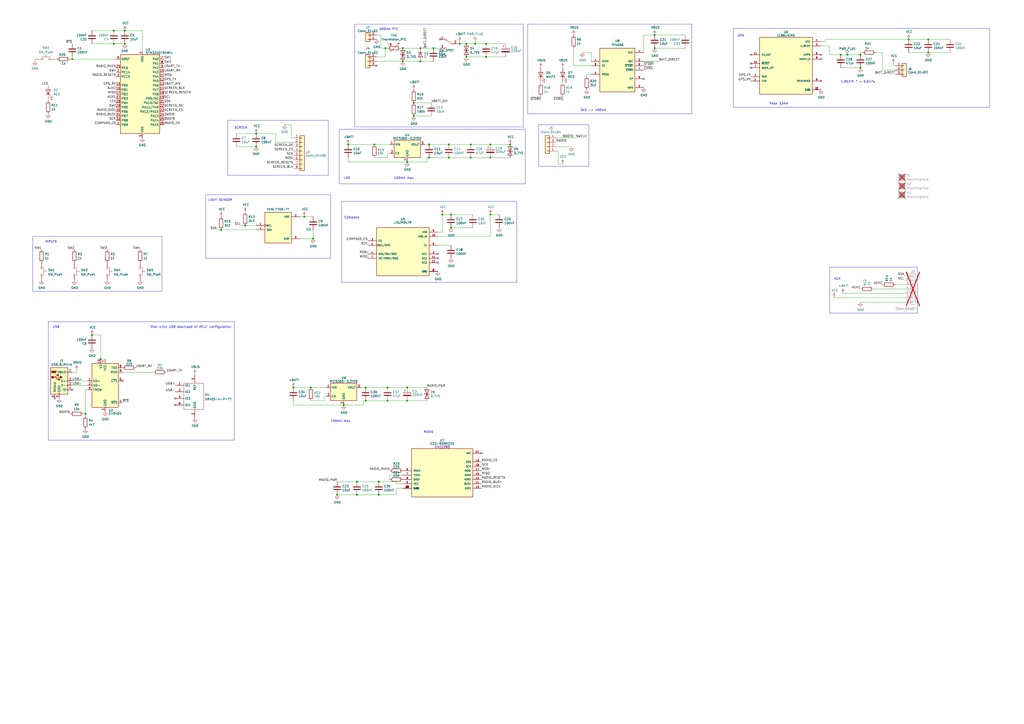
<source format=kicad_sch>
(kicad_sch (version 20230121) (generator eeschema)
  (paper "A2")
  (junction (at 236.22 232.41))
  (junction (at 527.05 22.86))
  (junction (at 270.51 25.4))
  (junction (at 66.04 25.4))
  (junction (at 284.48 124.46))
  (junction (at 148.59 77.47))
  (junction (at 243.84 27.94))
  (junction (at 499.11 31.75))
  (junction (at 224.79 232.41))
  (junction (at 233.68 35.56))
  (junction (at 261.62 132.08))
  (junction (at 170.18 224.79))
  (junction (at 219.71 279.4))
  (junction (at 379.73 27.94))
  (junction (at 72.39 25.4))
  (junction (at 379.73 20.32))
  (junction (at 273.05 91.44))
  (junction (at 219.71 287.02))
  (junction (at 240.03 67.31))
  (junction (at 295.91 83.82))
  (junction (at 223.52 27.94))
  (junction (at 181.61 138.43))
  (junction (at 248.92 83.82))
  (junction (at 66.04 17.78))
  (junction (at 538.48 22.86))
  (junction (at 128.27 133.35))
  (junction (at 58.42 208.28))
  (junction (at 281.94 25.4))
  (junction (at 142.24 130.81))
  (junction (at 256.54 124.46))
  (junction (at 281.94 33.02))
  (junction (at 260.35 91.44))
  (junction (at 491.49 31.75))
  (junction (at 195.58 287.02))
  (junction (at 248.92 91.44))
  (junction (at 212.09 224.79))
  (junction (at 199.39 234.95))
  (junction (at 275.59 25.4))
  (junction (at 201.93 83.82))
  (junction (at 284.48 83.82))
  (junction (at 148.59 85.09))
  (junction (at 212.09 232.41))
  (junction (at 260.35 83.82))
  (junction (at 180.34 224.79))
  (junction (at 236.22 93.98))
  (junction (at 251.46 27.94))
  (junction (at 41.91 34.29))
  (junction (at 270.51 33.02))
  (junction (at 233.68 27.94))
  (junction (at 487.68 31.75))
  (junction (at 207.01 279.4))
  (junction (at 53.34 194.31))
  (junction (at 49.53 240.03))
  (junction (at 236.22 224.79))
  (junction (at 261.62 124.46))
  (junction (at 538.48 30.48))
  (junction (at 284.48 91.44))
  (junction (at 217.17 83.82))
  (junction (at 207.01 287.02))
  (junction (at 176.53 125.73))
  (junction (at 266.7 25.4))
  (junction (at 243.84 35.56))
  (junction (at 72.39 17.78))
  (junction (at 240.03 59.69))
  (junction (at 499.11 39.37))
  (junction (at 224.79 224.79))
  (junction (at 273.05 83.82))
  (no_connect (at 101.6 234.95))
  (no_connect (at 435.61 36.83))
  (no_connect (at 41.91 226.06))
  (no_connect (at 476.25 34.29))
  (no_connect (at 255.27 22.86))
  (no_connect (at 435.61 31.75))
  (no_connect (at 435.61 39.37))
  (no_connect (at 373.38 45.72))
  (no_connect (at 254 149.86))
  (no_connect (at 31.75 231.14))
  (no_connect (at 218.44 38.1))
  (no_connect (at 254 152.4))
  (no_connect (at 476.25 31.75))
  (no_connect (at 254 147.32))
  (no_connect (at 279.4 262.89))
  (no_connect (at 71.12 220.98))
  (no_connect (at 101.6 231.14))
  (polyline (pts (xy 119.38 113.03) (xy 119.38 149.86)))
  (wire (pts (xy 170.18 80.01) (xy 168.91 80.01)))
  (wire (pts (xy 373.38 20.32) (xy 379.73 20.32)))
  (wire (pts (xy 148.59 77.47) (xy 160.02 77.47)))
  (wire (pts (xy 49.53 226.06) (xy 49.53 240.03)))
  (wire (pts (xy 207.01 287.02) (xy 219.71 287.02)))
  (wire (pts (xy 527.05 22.86) (xy 478.79 22.86)))
  (wire (pts (xy 340.36 44.45) (xy 340.36 43.18)))
  (polyline (pts (xy 401.32 13.97) (xy 401.32 66.04)))
  (wire (pts (xy 326.39 48.26) (xy 326.39 46.99)))
  (wire (pts (xy 31.75 34.29) (xy 33.02 34.29)))
  (wire (pts (xy 275.59 24.13) (xy 275.59 25.4)))
  (wire (pts (xy 217.17 91.44) (xy 224.79 91.44)))
  (wire (pts (xy 243.84 27.94) (xy 251.46 27.94)))
  (wire (pts (xy 323.85 95.25) (xy 323.85 87.63)))
  (wire (pts (xy 170.18 224.79) (xy 180.34 224.79)))
  (wire (pts (xy 273.05 83.82) (xy 284.48 83.82)))
  (wire (pts (xy 125.73 133.35) (xy 128.27 133.35)))
  (wire (pts (xy 518.16 36.83) (xy 518.16 38.1)))
  (polyline (pts (xy 334.01 72.39) (xy 341.63 72.39)))
  (wire (pts (xy 20.32 34.29) (xy 20.32 35.56)))
  (wire (pts (xy 478.79 22.86) (xy 478.79 24.13)))
  (wire (pts (xy 40.64 34.29) (xy 41.91 34.29)))
  (wire (pts (xy 53.34 25.4) (xy 66.04 25.4)))
  (wire (pts (xy 524.51 165.1) (xy 519.43 165.1)))
  (polyline (pts (xy 93.98 168.91) (xy 19.05 168.91)))
  (polyline (pts (xy 135.89 186.69) (xy 135.89 255.27)))
  (polyline (pts (xy 574.04 16.51) (xy 574.04 62.23)))
  (polyline (pts (xy 306.07 66.04) (xy 401.32 66.04)))
  (wire (pts (xy 217.17 83.82) (xy 226.06 83.82)))
  (polyline (pts (xy 532.13 154.94) (xy 532.13 181.61)))
  (polyline (pts (xy 196.85 74.93) (xy 196.85 106.68)))
  (wire (pts (xy 170.18 232.41) (xy 170.18 234.95)))
  (wire (pts (xy 250.19 67.31) (xy 240.03 67.31)))
  (polyline (pts (xy 196.85 106.68) (xy 304.8 106.68)))
  (wire (pts (xy 82.55 17.78) (xy 82.55 29.21)))
  (wire (pts (xy 284.48 124.46) (xy 284.48 137.16)))
  (wire (pts (xy 50.8 226.06) (xy 49.53 226.06)))
  (wire (pts (xy 506.73 167.64) (xy 524.51 167.64)))
  (wire (pts (xy 236.22 232.41) (xy 247.65 232.41)))
  (polyline (pts (xy 425.45 16.51) (xy 425.45 62.23)))
  (wire (pts (xy 48.26 240.03) (xy 49.53 240.03)))
  (wire (pts (xy 210.82 234.95) (xy 210.82 232.41)))
  (polyline (pts (xy 341.63 96.52) (xy 334.01 96.52)))
  (wire (pts (xy 41.91 223.52) (xy 50.8 223.52)))
  (wire (pts (xy 518.16 38.1) (xy 519.43 38.1)))
  (wire (pts (xy 332.74 27.94) (xy 332.74 38.1)))
  (wire (pts (xy 511.81 40.64) (xy 511.81 30.48)))
  (wire (pts (xy 260.35 83.82) (xy 273.05 83.82)))
  (wire (pts (xy 195.58 287.02) (xy 207.01 287.02)))
  (polyline (pts (xy 27.94 186.69) (xy 135.89 186.69)))
  (wire (pts (xy 313.69 48.26) (xy 313.69 46.99)))
  (wire (pts (xy 142.24 130.81) (xy 148.59 130.81)))
  (wire (pts (xy 337.82 30.48) (xy 342.9 30.48)))
  (wire (pts (xy 379.73 27.94) (xy 397.51 27.94)))
  (polyline (pts (xy 401.32 13.97) (xy 306.07 13.97)))
  (wire (pts (xy 187.96 229.87) (xy 189.23 229.87)))
  (wire (pts (xy 326.39 95.25) (xy 323.85 95.25)))
  (wire (pts (xy 66.04 25.4) (xy 72.39 25.4)))
  (wire (pts (xy 379.73 20.32) (xy 397.51 20.32)))
  (wire (pts (xy 41.91 220.98) (xy 50.8 220.98)))
  (wire (pts (xy 72.39 17.78) (xy 82.55 17.78)))
  (wire (pts (xy 195.58 279.4) (xy 207.01 279.4)))
  (wire (pts (xy 44.45 215.9) (xy 41.91 215.9)))
  (wire (pts (xy 58.42 194.31) (xy 58.42 208.28)))
  (wire (pts (xy 236.22 93.98) (xy 247.65 93.98)))
  (wire (pts (xy 226.06 278.13) (xy 226.06 275.59)))
  (wire (pts (xy 284.48 137.16) (xy 254 137.16)))
  (wire (pts (xy 41.91 34.29) (xy 67.31 34.29)))
  (wire (pts (xy 229.87 279.4) (xy 229.87 280.67)))
  (wire (pts (xy 218.44 33.02) (xy 223.52 33.02)))
  (polyline (pts (xy 198.12 116.84) (xy 198.12 163.83)))
  (wire (pts (xy 49.53 240.03) (xy 49.53 241.3)))
  (wire (pts (xy 246.38 83.82) (xy 248.92 83.82)))
  (polyline (pts (xy 299.72 163.83) (xy 198.12 163.83)))
  (polyline (pts (xy 532.13 154.94) (xy 481.33 154.94)))
  (wire (pts (xy 181.61 138.43) (xy 181.61 133.35)))
  (wire (pts (xy 21.59 34.29) (xy 20.32 34.29)))
  (wire (pts (xy 226.06 275.59) (xy 233.68 275.59)))
  (wire (pts (xy 247.65 91.44) (xy 248.92 91.44)))
  (wire (pts (xy 323.85 87.63) (xy 322.58 87.63)))
  (polyline (pts (xy 93.98 137.16) (xy 93.98 168.91)))
  (wire (pts (xy 224.79 91.44) (xy 224.79 88.9)))
  (wire (pts (xy 201.93 83.82) (xy 217.17 83.82)))
  (polyline (pts (xy 119.38 113.03) (xy 191.77 113.03)))
  (polyline (pts (xy 341.63 72.39) (xy 341.63 96.52)))
  (wire (pts (xy 210.82 232.41) (xy 212.09 232.41)))
  (wire (pts (xy 173.99 138.43) (xy 181.61 138.43)))
  (wire (pts (xy 524.51 175.26) (xy 499.11 175.26)))
  (wire (pts (xy 224.79 224.79) (xy 236.22 224.79)))
  (wire (pts (xy 173.99 125.73) (xy 176.53 125.73)))
  (wire (pts (xy 236.22 224.79) (xy 247.65 224.79)))
  (wire (pts (xy 137.16 77.47) (xy 148.59 77.47)))
  (polyline (pts (xy 304.8 74.93) (xy 304.8 106.68)))
  (wire (pts (xy 176.53 125.73) (xy 181.61 125.73)))
  (wire (pts (xy 527.05 22.86) (xy 538.48 22.86)))
  (polyline (pts (xy 196.85 74.93) (xy 304.8 74.93)))
  (polyline (pts (xy 312.42 96.52) (xy 312.42 72.39)))
  (wire (pts (xy 500.38 30.48) (xy 499.11 30.48)))
  (wire (pts (xy 519.43 40.64) (xy 511.81 40.64)))
  (wire (pts (xy 332.74 38.1) (xy 342.9 38.1)))
  (wire (pts (xy 250.19 59.69) (xy 240.03 59.69)))
  (wire (pts (xy 266.7 25.4) (xy 270.51 25.4)))
  (wire (pts (xy 223.52 27.94) (xy 223.52 33.02)))
  (polyline (pts (xy 19.05 137.16) (xy 93.98 137.16)))
  (wire (pts (xy 488.95 170.18) (xy 524.51 170.18)))
  (polyline (pts (xy 334.01 96.52) (xy 312.42 96.52)))
  (wire (pts (xy 275.59 25.4) (xy 281.94 25.4)))
  (wire (pts (xy 281.94 33.02) (xy 293.37 33.02)))
  (wire (pts (xy 248.92 83.82) (xy 260.35 83.82)))
  (wire (pts (xy 218.44 20.32) (xy 220.98 20.32)))
  (polyline (pts (xy 19.05 137.16) (xy 19.05 168.91)))
  (wire (pts (xy 201.93 91.44) (xy 201.93 93.98)))
  (wire (pts (xy 373.38 30.48) (xy 373.38 20.32)))
  (wire (pts (xy 229.87 287.02) (xy 229.87 283.21)))
  (wire (pts (xy 160.02 82.55) (xy 170.18 82.55)))
  (wire (pts (xy 260.35 91.44) (xy 273.05 91.44)))
  (wire (pts (xy 266.7 25.4) (xy 266.7 24.13)))
  (wire (pts (xy 270.51 33.02) (xy 281.94 33.02)))
  (polyline (pts (xy 425.45 16.51) (xy 574.04 16.51)))
  (wire (pts (xy 289.56 124.46) (xy 284.48 124.46)))
  (wire (pts (xy 219.71 287.02) (xy 229.87 287.02)))
  (wire (pts (xy 229.87 280.67) (xy 233.68 280.67)))
  (wire (pts (xy 499.11 30.48) (xy 499.11 31.75)))
  (wire (pts (xy 233.68 27.94) (xy 243.84 27.94)))
  (wire (pts (xy 313.69 58.42) (xy 313.69 55.88)))
  (wire (pts (xy 340.36 43.18) (xy 342.9 43.18)))
  (wire (pts (xy 491.49 31.75) (xy 499.11 31.75)))
  (wire (pts (xy 342.9 30.48) (xy 342.9 35.56)))
  (wire (pts (xy 168.91 72.39) (xy 165.1 72.39)))
  (wire (pts (xy 220.98 20.32) (xy 220.98 27.94)))
  (wire (pts (xy 261.62 132.08) (xy 274.32 132.08)))
  (wire (pts (xy 256.54 124.46) (xy 261.62 124.46)))
  (wire (pts (xy 27.94 58.42) (xy 27.94 57.15)))
  (polyline (pts (xy 481.33 154.94) (xy 481.33 181.61)))
  (wire (pts (xy 224.79 88.9) (xy 226.06 88.9)))
  (wire (pts (xy 199.39 234.95) (xy 210.82 234.95)))
  (wire (pts (xy 218.44 35.56) (xy 233.68 35.56)))
  (wire (pts (xy 483.87 172.72) (xy 524.51 172.72)))
  (wire (pts (xy 53.34 17.78) (xy 66.04 17.78)))
  (polyline (pts (xy 232.41 13.97) (xy 303.53 13.97)))
  (wire (pts (xy 201.93 93.98) (xy 236.22 93.98)))
  (wire (pts (xy 170.18 234.95) (xy 199.39 234.95)))
  (wire (pts (xy 209.55 224.79) (xy 212.09 224.79)))
  (wire (pts (xy 265.43 25.4) (xy 266.7 25.4)))
  (wire (pts (xy 275.59 25.4) (xy 270.51 25.4)))
  (wire (pts (xy 168.91 80.01) (xy 168.91 72.39)))
  (wire (pts (xy 160.02 77.47) (xy 160.02 82.55)))
  (wire (pts (xy 44.45 214.63) (xy 44.45 215.9)))
  (wire (pts (xy 223.52 27.94) (xy 224.79 27.94)))
  (polyline (pts (xy 205.74 13.97) (xy 205.74 73.66)))
  (wire (pts (xy 487.68 39.37) (xy 499.11 39.37)))
  (polyline (pts (xy 191.77 113.03) (xy 191.77 149.86)))
  (polyline (pts (xy 132.08 69.85) (xy 190.5 69.85)))
  (polyline (pts (xy 312.42 72.39) (xy 334.01 72.39)))
  (wire (pts (xy 251.46 35.56) (xy 243.84 35.56)))
  (wire (pts (xy 326.39 58.42) (xy 326.39 55.88)))
  (wire (pts (xy 220.98 27.94) (xy 223.52 27.94)))
  (polyline (pts (xy 574.04 62.23) (xy 425.45 62.23)))
  (wire (pts (xy 212.09 232.41) (xy 224.79 232.41)))
  (polyline (pts (xy 303.53 73.66) (xy 303.53 13.97)))
  (wire (pts (xy 273.05 91.44) (xy 284.48 91.44)))
  (wire (pts (xy 382.27 35.56) (xy 373.38 35.56)))
  (wire (pts (xy 511.81 30.48) (xy 508 30.48)))
  (wire (pts (xy 187.96 232.41) (xy 187.96 229.87)))
  (wire (pts (xy 243.84 35.56) (xy 233.68 35.56)))
  (polyline (pts (xy 191.77 149.86) (xy 119.38 149.86)))
  (polyline (pts (xy 299.72 116.84) (xy 299.72 163.83)))
  (polyline (pts (xy 190.5 69.85) (xy 190.5 101.6)))
  (wire (pts (xy 256.54 134.62) (xy 254 134.62)))
  (wire (pts (xy 53.34 194.31) (xy 58.42 194.31)))
  (wire (pts (xy 128.27 133.35) (xy 148.59 133.35)))
  (wire (pts (xy 334.01 80.01) (xy 322.58 80.01)))
  (polyline (pts (xy 135.89 255.27) (xy 27.94 255.27)))
  (wire (pts (xy 66.04 17.78) (xy 72.39 17.78)))
  (wire (pts (xy 139.7 130.81) (xy 142.24 130.81)))
  (polyline (pts (xy 190.5 101.6) (xy 132.08 101.6)))
  (wire (pts (xy 71.12 215.9) (xy 88.9 215.9)))
  (wire (pts (xy 137.16 85.09) (xy 148.59 85.09)))
  (wire (pts (xy 281.94 25.4) (xy 293.37 25.4)))
  (wire (pts (xy 229.87 283.21) (xy 233.68 283.21)))
  (wire (pts (xy 487.68 31.75) (xy 491.49 31.75)))
  (polyline (pts (xy 232.41 13.97) (xy 205.74 13.97)))
  (wire (pts (xy 527.05 30.48) (xy 538.48 30.48)))
  (polyline (pts (xy 306.07 66.04) (xy 306.07 13.97)))
  (wire (pts (xy 224.79 232.41) (xy 236.22 232.41)))
  (wire (pts (xy 180.34 232.41) (xy 187.96 232.41)))
  (wire (pts (xy 478.79 24.13) (xy 476.25 24.13)))
  (polyline (pts (xy 232.41 73.66) (xy 303.53 73.66)))
  (polyline (pts (xy 481.33 181.61) (xy 532.13 181.61)))
  (wire (pts (xy 487.68 31.75) (xy 481.33 31.75)))
  (wire (pts (xy 232.41 27.94) (xy 233.68 27.94)))
  (wire (pts (xy 538.48 30.48) (xy 551.18 30.48)))
  (wire (pts (xy 247.65 93.98) (xy 247.65 91.44)))
  (wire (pts (xy 256.54 124.46) (xy 256.54 134.62)))
  (polyline (pts (xy 198.12 116.84) (xy 299.72 116.84)))
  (wire (pts (xy 251.46 27.94) (xy 255.27 27.94)))
  (wire (pts (xy 284.48 83.82) (xy 295.91 83.82)))
  (wire (pts (xy 331.47 85.09) (xy 322.58 85.09)))
  (wire (pts (xy 58.42 208.28) (xy 60.96 208.28)))
  (wire (pts (xy 538.48 22.86) (xy 551.18 22.86)))
  (wire (pts (xy 41.91 34.29) (xy 41.91 33.02)))
  (wire (pts (xy 212.09 224.79) (xy 224.79 224.79)))
  (wire (pts (xy 261.62 124.46) (xy 274.32 124.46)))
  (wire (pts (xy 254 142.24) (xy 261.62 142.24)))
  (wire (pts (xy 219.71 279.4) (xy 229.87 279.4)))
  (polyline (pts (xy 205.74 73.66) (xy 232.41 73.66)))
  (wire (pts (xy 180.34 224.79) (xy 189.23 224.79)))
  (wire (pts (xy 248.92 91.44) (xy 260.35 91.44)))
  (wire (pts (xy 481.33 31.75) (xy 481.33 26.67)))
  (wire (pts (xy 284.48 91.44) (xy 295.91 91.44)))
  (polyline (pts (xy 132.08 69.85) (xy 132.08 101.6)))
  (polyline (pts (xy 27.94 186.69) (xy 27.94 255.27)))
  (wire (pts (xy 481.33 26.67) (xy 476.25 26.67)))
  (wire (pts (xy 207.01 279.4) (xy 219.71 279.4)))
  (text "Peak 33mA" (at 457.2 60.96 0) (effects (font (size 1.27 1.27)) (justify right bottom)))
  (text "RADIO" (at 251.46 251.46 0) (effects (font (size 1.27 1.27)) (justify right bottom)))
  (text "INPUTS" (at 33.02 140.97 0) (effects (font (size 1.27 1.27)) (justify right bottom)))
  (text "AUX" (at 483.87 162.56 0) (effects (font (size 1.27 1.27)) (justify left bottom)))
  (text "3k3 -> 400mA" (at 351.79 64.77 0) (effects (font (size 1.27 1.27)) (justify right bottom)))
  (text "USB" (at 30.48 190.5 0) (effects (font (size 1.27 1.27)) (justify left bottom)))
  (text "500mA PTC" (at 231.14 17.78 0) (effects (font (size 1.27 1.27)) (justify right bottom)))
  (text "LIGHT SENSOR" (at 134.62 116.84 0) (effects (font (size 1.27 1.27)) (justify right bottom)))
  (text "\"One-click USB download of MCU\" configuration" (at 86.36 190.5 0) (effects (font (size 1.27 1.27)) (justify left bottom)))
  (text "150mA max" (at 203.2 245.11 0) (effects (font (size 1.27 1.27)) (justify right bottom)))
  (text "150mA max" (at 240.03 104.14 0) (effects (font (size 1.27 1.27)) (justify right bottom)))
  (text "GPS" (at 431.8 21.59 0) (effects (font (size 1.27 1.27)) (justify right bottom)))
  (text "Compass" (at 208.28 127 0) (effects (font (size 1.27 1.27)) (justify right bottom)))
  (text "V_BCKP: T = 0.047s" (at 487.68 48.26 0) (effects (font (size 1.27 1.27)) (justify left bottom)))
  (text "SCREEN" (at 143.51 74.93 0) (effects (font (size 1.27 1.27)) (justify right bottom)))
  (text "LDO" (at 203.2 104.14 0) (effects (font (size 1.27 1.27)) (justify right bottom)))
  (label "AUX2" (at 67.31 52.07 180))
  (label "RADIO_RESETN" (at 279.4 278.13 0))
  (label "LED" (at 27.94 49.53 180))
  (label "COMPASS_CS" (at 67.31 72.39 180))
  (label "SW4" (at 67.31 41.91 180))
  (label "SCREEN_BLK" (at 170.18 97.79 180))
  (label "SCREEN_RESETN" (at 170.18 95.25 180))
  (label "SWCLK" (at 334.01 80.01 0))
  (label "SW2" (at 43.18 144.78 180))
  (label "SW1" (at 24.13 144.78 180))
  (label "BATT_DIRECT" (at 519.43 43.18 180))
  (label "SW2" (at 67.31 62.23 180))
  (label "USB+" (at 41.91 220.98 0))
  (label "SCK" (at 170.18 90.17 180))
  (label "USART_RX" (at 78.74 213.36 0))
  (label "SCREEN_RESETN" (at 95.25 54.61 0))
  (label "SCREEN_DC" (at 95.25 62.23 0))
  (label "MOSI" (at 213.36 147.32 180))
  (label "SCK" (at 213.36 142.24 180))
  (label "MISO" (at 67.31 54.61 180))
  (label "MISO" (at 213.36 149.86 180))
  (label "VBATT_DIV" (at 95.25 49.53 0))
  (label "RADIO_PWR" (at 247.65 224.79 0))
  (label "~{RTS}" (at 71.12 233.68 0))
  (label "BOOT0" (at 95.25 69.85 0))
  (label "SCREEN_DC" (at 170.18 85.09 180))
  (label "RADIO_BUSY" (at 279.4 280.67 0))
  (label "GPS_RX" (at 67.31 49.53 180))
  (label "RADIO_BUSY" (at 67.31 67.31 180))
  (label "RADIO_DIO1" (at 279.4 283.21 0))
  (label "VBATT_DIV" (at 250.19 59.69 0))
  (label "SW1" (at 95.25 34.29 0))
  (label "SCL" (at 95.25 57.15 0))
  (label "LED" (at 67.31 59.69 180))
  (label "SDA" (at 95.25 59.69 0))
  (label "SCK" (at 279.4 270.51 0))
  (label "USB-" (at 101.6 227.33 180))
  (label "RADIO_PWR" (at 195.58 279.4 180))
  (label "GPS_RX" (at 435.61 46.99 180))
  (label "USB-" (at 41.91 223.52 0))
  (label "SCREEN_CS" (at 170.18 87.63 180))
  (label "SW3" (at 95.25 36.83 0))
  (label "RADIO_RESETN" (at 67.31 44.45 180))
  (label "BOOT0" (at 326.39 80.01 0))
  (label "COMPASS_CS" (at 213.36 139.7 180))
  (label "GPS_TX" (at 435.61 44.45 180))
  (label "SWDIO" (at 322.58 82.55 0))
  (label "~{CHRG}" (at 373.38 40.64 0))
  (label "SW3" (at 62.23 144.78 180))
  (label "BATT_DIRECT" (at 382.27 35.56 0))
  (label "RADIO_DIO1" (at 67.31 64.77 180))
  (label "MOSI" (at 279.4 273.05 0))
  (label "RADIO_RXEN" (at 226.06 273.05 180))
  (label "SCK" (at 67.31 69.85 180))
  (label "RADIO_RXEN" (at 67.31 39.37 180))
  (label "RADIO_CS" (at 95.25 72.39 0))
  (label "USART_RX" (at 95.25 41.91 0))
  (label "SW4" (at 81.28 144.78 180))
  (label "GPS_TX" (at 95.25 46.99 0))
  (label "SCL" (at 139.7 130.81 180))
  (label "AUX2" (at 511.81 165.1 180))
  (label "USB+" (at 101.6 223.52 180))
  (label "SDA" (at 125.73 133.35 180))
  (label "~{CHRG}" (at 326.39 58.42 180))
  (label "MOSI" (at 95.25 44.45 0))
  (label "SCREEN_BLK" (at 95.25 52.07 0))
  (label "AUX1" (at 67.31 57.15 180))
  (label "BOOT0" (at 40.64 240.03 180))
  (label "BATT_DIRECT" (at 247.65 27.94 90))
  (label "SCREEN_CS" (at 95.25 64.77 0))
  (label "~{STDBY}" (at 373.38 38.1 0))
  (label "USART_TX" (at 96.52 215.9 0))
  (label "SDA" (at 524.51 160.02 180))
  (label "SCL" (at 524.51 162.56 180))
  (label "SWDIO" (at 95.25 67.31 0))
  (label "MISO" (at 279.4 275.59 0))
  (label "RADIO_CS" (at 279.4 267.97 0))
  (label "USART_TX" (at 95.25 39.37 0))
  (label "AUX1" (at 499.11 167.64 180))
  (label "~{STDBY}" (at 313.69 58.42 180))
  (label "~{RTS}" (at 41.91 25.4 180))
  (label "MOSI" (at 170.18 92.71 180))
  (symbol (lib_id "power:GND") (at 233.68 35.56 0) (unit 1)
    (property "Reference" "#PWR035" (effects hide))
    (property "Value" "GND" (at 233.807 39.9542 0))
  )
  (symbol (lib_id "Device:C") (at 201.93 87.63 180) (unit 1)
    (property "Reference" "C10" (at 204.851 86.4616 0) (effects (justify right)))
    (property "Value" "10uF" (at 204.851 88.773 0) (effects (justify right)))
    (property "Footprint" "Capacitor_SMD:C_0603_1608Metric" (effects hide))
    (property "LCSC" "C96446" (effects hide))
  )
  (symbol (lib_id "power:GND") (at 236.22 93.98 0) (unit 1)
    (property "Reference" "#PWR032" (effects hide))
    (property "Value" "GND" (at 236.347 98.3742 0))
  )
  (symbol (lib_id "Device:C") (at 248.92 87.63 180) (unit 1)
    (property "Reference" "C11" (at 251.841 86.4616 0) (effects (justify right)))
    (property "Value" "10uF" (at 251.841 88.773 0) (effects (justify right)))
    (property "Footprint" "Capacitor_SMD:C_0603_1608Metric" (effects hide))
    (property "LCSC" "C96446" (effects hide))
  )
  (symbol (lib_id "power:VCC") (at 295.91 83.82 0) (unit 1)
    (property "Reference" "#PWR042" (effects hide))
    (property "Value" "VCC" (at 296.291 79.4258 0))
  )
  (symbol (lib_id "Device:Thermistor_PTC") (at 228.6 27.94 270) (unit 1)
    (property "Reference" "TH1" (at 228.6 20.574 90))
    (property "Value" "Thermistor_PTC" (at 228.6 22.8854 90))
    (property "Footprint" "Fuse:Fuse_0805_2012Metric" (effects hide))
    (property "LCSC" "C269104" (effects hide))
  )
  (symbol (lib_id "power:+BATT") (at 201.93 83.82 0) (unit 1)
    (property "Reference" "#PWR031" (effects hide))
    (property "Value" "+BATT" (at 202.311 79.4258 0))
  )
  (symbol (lib_id "controller-rescue:TP4056-snapeda-TP4056") (at 358.14 40.64 0) (unit 1)
    (property "Reference" "U8" (at 358.14 23.6982 0))
    (property "Value" "TP4056" (at 358.14 26.0096 0))
    (property "Footprint" "Homebrew:SOP-8_3.9x4.9mm_P1.27mm_Thermal" (effects hide))
    (property "MAXIMUM_PACKAGE_HEIGHT" "1.75mm" (effects hide))
    (property "STANDARD" "IPC 7351B" (effects hide))
    (property "MANUFACTURER" "NanJing Top Power ASIC Corp." (effects hide))
    (property "LCSC" "C382139" (effects hide))
  )
  (symbol (lib_id "Device:C") (at 379.73 24.13 180) (unit 1)
    (property "Reference" "C21" (at 382.651 22.9616 0) (effects (justify right)))
    (property "Value" "10uF" (at 382.651 25.273 0) (effects (justify right)))
    (property "Footprint" "Capacitor_SMD:C_0603_1608Metric" (effects hide))
    (property "LCSC" "C96446" (effects hide))
  )
  (symbol (lib_id "power:GND") (at 373.38 50.8 0) (unit 1)
    (property "Reference" "#PWR051" (effects hide))
    (property "Value" "GND" (at 373.507 55.1942 0))
  )
  (symbol (lib_id "power:VBUS") (at 379.73 20.32 0) (unit 1)
    (property "Reference" "#PWR053" (effects hide))
    (property "Value" "VBUS" (at 380.111 15.9258 0))
  )
  (symbol (lib_id "power:GND") (at 379.73 27.94 0) (unit 1)
    (property "Reference" "#PWR054" (effects hide))
    (property "Value" "GND" (at 379.857 32.3342 0))
  )
  (symbol (lib_id "Device:R") (at 340.36 48.26 0) (unit 1)
    (property "Reference" "R20" (at 342.138 47.0916 0) (effects (justify left)))
    (property "Value" "3k3" (at 342.138 49.403 0) (effects (justify left)))
    (property "Footprint" "Resistor_SMD:R_0603_1608Metric" (effects hide))
    (property "LCSC" "C22978" (effects hide))
  )
  (symbol (lib_id "power:GND") (at 340.36 52.07 0) (unit 1)
    (property "Reference" "#PWR049" (effects hide))
    (property "Value" "GND" (at 340.487 56.4642 0))
  )
  (symbol (lib_id "Device:LED") (at 326.39 43.18 90) (unit 1)
    (property "Reference" "D7" (at 329.3872 42.1894 90) (effects (justify right)))
    (property "Value" "RED" (at 329.3872 44.5008 90) (effects (justify right)))
    (property "Footprint" "LED_SMD:LED_0603_1608Metric" (effects hide))
    (property "LCSC" "C2286" (effects hide))
  )
  (symbol (lib_id "Device:R") (at 326.39 52.07 0) (unit 1)
    (property "Reference" "R19" (at 328.168 50.9016 0) (effects (justify left)))
    (property "Value" "1k" (at 328.168 53.213 0) (effects (justify left)))
    (property "Footprint" "Resistor_SMD:R_0402_1005Metric" (effects hide))
    (property "LCSC" "C11702" (effects hide))
  )
  (symbol (lib_id "power:VBUS") (at 313.69 39.37 0) (unit 1)
    (property "Reference" "#PWR045" (effects hide))
    (property "Value" "VBUS" (at 314.071 34.9758 0))
  )
  (symbol (lib_id "Device:LED") (at 313.69 43.18 90) (unit 1)
    (property "Reference" "D6" (at 316.6872 42.1894 90) (effects (justify right)))
    (property "Value" "WHITE" (at 316.6872 44.5008 90) (effects (justify right)))
    (property "Footprint" "LED_SMD:LED_0603_1608Metric" (effects hide))
    (property "LCSC" "C2290" (effects hide))
  )
  (symbol (lib_id "Device:R") (at 313.69 52.07 0) (unit 1)
    (property "Reference" "R18" (at 315.468 50.9016 0) (effects (justify left)))
    (property "Value" "1k" (at 315.468 53.213 0) (effects (justify left)))
    (property "Footprint" "Resistor_SMD:R_0402_1005Metric" (effects hide))
    (property "LCSC" "C11702" (effects hide))
  )
  (symbol (lib_id "power:GND") (at 337.82 30.48 0) (unit 1)
    (property "Reference" "#PWR048" (effects hide))
    (property "Value" "GND" (at 337.947 34.8742 0))
  )
  (symbol (lib_id "power:+BATT") (at 266.7 24.13 0) (unit 1)
    (property "Reference" "#PWR036" (effects hide))
    (property "Value" "+BATT" (at 267.081 19.7358 0))
  )
  (symbol (lib_id "Device:R") (at 240.03 55.88 0) (unit 1)
    (property "Reference" "R16" (at 241.808 54.7116 0) (effects (justify left)))
    (property "Value" "62k" (at 241.808 57.023 0) (effects (justify left)))
    (property "Footprint" "Resistor_SMD:R_0603_1608Metric" (effects hide))
    (property "LCSC" "C23221" (effects hide))
  )
  (symbol (lib_id "Device:R") (at 240.03 63.5 0) (unit 1)
    (property "Reference" "R17" (at 241.808 62.3316 0) (effects (justify left)))
    (property "Value" "180k" (at 241.808 64.643 0) (effects (justify left)))
    (property "Footprint" "Resistor_SMD:R_0603_1608Metric" (effects hide))
    (property "LCSC" "C22827" (effects hide))
  )
  (symbol (lib_id "power:+BATT") (at 240.03 52.07 0) (unit 1)
    (property "Reference" "#PWR033" (effects hide))
    (property "Value" "+BATT" (at 240.411 47.6758 0))
  )
  (symbol (lib_id "power:GND") (at 240.03 67.31 0) (unit 1)
    (property "Reference" "#PWR034" (effects hide))
    (property "Value" "GND" (at 240.157 71.7042 0))
  )
  (symbol (lib_id "Device:C") (at 250.19 63.5 180) (unit 1)
    (property "Reference" "C12" (at 253.111 62.3316 0) (effects (justify right)))
    (property "Value" "10uF" (at 253.111 64.643 0) (effects (justify right)))
    (property "Footprint" "Capacitor_SMD:C_0603_1608Metric" (effects hide))
    (property "LCSC" "C96446" (effects hide))
  )
  (symbol (lib_id "Device:C") (at 260.35 87.63 0) (unit 1)
    (property "Reference" "C14" (at 263.271 86.4616 0) (effects (justify left)))
    (property "Value" "100nF" (at 263.271 88.773 0) (effects (justify left)))
    (property "Footprint" "Capacitor_SMD:C_0402_1005Metric" (effects hide))
    (property "LCSC" "C307331" (effects hide))
  )
  (symbol (lib_id "power:GND") (at 34.29 231.14 0) (unit 1)
    (property "Reference" "#PWR02" (effects hide))
    (property "Value" "GND" (at 34.417 235.5342 0))
  )
  (symbol (lib_id "Connector_Generic:Conn_01x04") (at 317.5 85.09 180) (unit 1)
    (property "Reference" "J5" (at 319.5828 74.295 0))
    (property "Value" "Conn_01x04" (at 319.5828 76.6064 0))
    (property "Footprint" "Connector_PinHeader_2.54mm:PinHeader_1x04_P2.54mm_Vertical" (effects hide))
  )
  (symbol (lib_id "power:GND") (at 331.47 85.09 0) (unit 1)
    (property "Reference" "#PWR047" (effects hide))
    (property "Value" "GND" (at 331.597 89.4842 0))
  )
  (symbol (lib_id "power:VCC") (at 326.39 95.25 0) (unit 1)
    (property "Reference" "#PWR046" (effects hide))
    (property "Value" "VCC" (at 326.771 90.8558 0))
  )
  (symbol (lib_id "power:VBUS") (at 44.45 214.63 0) (unit 1)
    (property "Reference" "#PWR08" (effects hide))
    (property "Value" "VBUS" (at 44.831 210.2358 0))
  )
  (symbol (lib_id "Connector:USB_B_Micro") (at 34.29 220.98 0) (unit 1)
    (property "Reference" "J1" (at 35.7378 209.1182 0))
    (property "Value" "USB_B_Micro" (at 35.7378 211.4296 0))
    (property "Footprint" "Homebrew:FRAMATOME_10118194-0001LF_fixed_bridges" (effects hide))
    (property "LCSC" "C132563" (effects hide))
  )
  (symbol (lib_id "power:GND") (at 499.11 175.26 0) (unit 1)
    (property "Reference" "#PWR022" (effects hide))
    (property "Value" "GND" (at 499.237 179.6542 0))
  )
  (symbol (lib_id "power:VCC") (at 483.87 172.72 0) (unit 1)
    (property "Reference" "#PWR019" (effects hide))
    (property "Value" "VCC" (at 484.251 168.3258 0))
  )
  (symbol (lib_id "power:+BATT") (at 488.95 170.18 0) (unit 1)
    (property "Reference" "#PWR020" (effects hide))
    (property "Value" "+BATT" (at 489.331 165.7858 0))
  )
  (symbol (lib_id "Device:D_TVS") (at 295.91 87.63 270) (unit 1)
    (property "Reference" "D5" (at 297.942 86.4616 90) (effects (justify left)))
    (property "Value" "D_TVS" (at 297.942 88.773 90) (effects (justify left)))
    (property "Footprint" "Diode_SMD:D_SOD-123F" (effects hide))
    (property "LCSC" "C2990473" (effects hide))
  )
  (symbol (lib_id "Device:D_TVS") (at 270.51 29.21 270) (unit 1)
    (property "Reference" "D4" (at 272.542 28.0416 90) (effects (justify left)))
    (property "Value" "D_TVS" (at 272.542 30.353 90) (effects (justify left)))
    (property "Footprint" "Diode_SMD:D_SOD-123F" (effects hide))
    (property "LCSC" "C2990473" (effects hide))
  )
  (symbol (lib_id "power:GND") (at 270.51 33.02 0) (unit 1)
    (property "Reference" "#PWR037" (effects hide))
    (property "Value" "GND" (at 270.637 37.4142 0))
  )
  (symbol (lib_id "Device:D_TVS") (at 233.68 31.75 270) (unit 1)
    (property "Reference" "D3" (at 235.712 30.5816 90) (effects (justify left)))
    (property "Value" "D_TVS" (at 235.712 32.893 90) (effects (justify left)))
    (property "Footprint" "Diode_SMD:D_SOD-123F" (effects hide))
    (property "LCSC" "C2990473" (effects hide))
  )
  (symbol (lib_id "Mechanical:MountingHole") (at 523.24 107.95 0) (unit 1) (dnp yes)
    (property "Reference" "H2" (at 525.78 106.7816 0) (effects (justify left)))
    (property "Value" "MountingHole" (at 525.78 109.093 0) (effects (justify left)))
    (property "Footprint" "MountingHole:MountingHole_3.2mm_M3" (effects hide))
  )
  (symbol (lib_id "Mechanical:MountingHole") (at 523.24 113.03 0) (unit 1) (dnp yes)
    (property "Reference" "H3" (at 525.78 111.8616 0) (effects (justify left)))
    (property "Value" "MountingHole" (at 525.78 114.173 0) (effects (justify left)))
    (property "Footprint" "MountingHole:MountingHole_3.2mm_M3" (effects hide))
  )
  (symbol (lib_id "power:PWR_FLAG") (at 275.59 24.13 0) (unit 1)
    (property "Reference" "#FLG01" (effects hide))
    (property "Value" "PWR_FLAG" (at 275.59 19.7358 0))
  )
  (symbol (lib_id "Device:C") (at 207.01 283.21 0) (unit 1)
    (property "Reference" "C25" (at 209.931 282.0416 0) (effects (justify left)))
    (property "Value" "100nF" (at 209.931 284.353 0) (effects (justify left)))
    (property "Footprint" "Capacitor_SMD:C_0402_1005Metric" (effects hide))
    (property "LCSC" "C307331" (effects hide))
  )
  (symbol (lib_id "power:GND") (at 81.28 162.56 0) (unit 1)
    (property "Reference" "#PWR016" (effects hide))
    (property "Value" "GND" (at 81.407 166.9542 0))
  )
  (symbol (lib_id "power:GND") (at 53.34 201.93 0) (unit 1)
    (property "Reference" "#PWR015" (effects hide))
    (property "Value" "GND" (at 53.467 206.3242 0))
  )
  (symbol (lib_id "Device:R") (at 27.94 62.23 0) (unit 1)
    (property "Reference" "R11" (at 29.718 61.0616 0) (effects (justify left)))
    (property "Value" "1k" (at 29.718 63.373 0) (effects (justify left)))
    (property "Footprint" "Resistor_SMD:R_0402_1005Metric" (effects hide))
    (property "LCSC" "C11702" (effects hide))
  )
  (symbol (lib_id "Device:R") (at 515.62 165.1 90) (unit 1)
    (property "Reference" "R14" (at 514.4516 163.322 0) (effects (justify left)))
    (property "Value" "1k" (at 516.763 163.322 0) (effects (justify left)))
    (property "Footprint" "Resistor_SMD:R_0603_1608Metric" (effects hide))
    (property "LCSC" "C21190" (effects hide))
  )
  (symbol (lib_id "Homebrew:VEML7700-TT") (at 161.29 133.35 0) (unit 1)
    (property "Reference" "U3" (at 179.07 133.0157 0))
    (property "Value" "VEML7700-TT" (at 161.29 121.4699 0))
    (property "Footprint" "Homebrew:VISHAY_VEML7700-TT" (effects hide))
    (property "Datasheet" "https://www.vishay.com/docs/84286/veml7700.pdf" (effects hide))
    (property "PARTREV" "1.6" (effects hide))
    (property "MAXIMUM_PACKAGE_HEIGHT" "2.35 mm" (effects hide))
    (property "MANUFACTURER" "Vishay" (effects hide))
  )
  (symbol (lib_id "power:GND") (at 72.39 25.4 0) (unit 1)
    (property "Reference" "#PWR013" (effects hide))
    (property "Value" "GND" (at 72.39 29.5355 0))
  )
  (symbol (lib_id "Device:R") (at 128.27 129.54 0) (unit 1)
    (property "Reference" "R10" (at 130.048 128.3716 0) (effects (justify left)))
    (property "Value" "3k3" (at 130.048 130.683 0) (effects (justify left)))
    (property "Footprint" "Resistor_SMD:R_0603_1608Metric" (effects hide))
    (property "LCSC" "C22978" (effects hide))
  )
  (symbol (lib_id "Device:C") (at 487.68 35.56 180) (unit 1)
    (property "Reference" "C28" (at 490.601 34.3916 0) (effects (justify right)))
    (property "Value" "47uF" (at 490.601 36.703 0) (effects (justify right)))
    (property "Footprint" "Capacitor_SMD:C_1206_3216Metric" (effects hide))
    (property "LCSC" "C96123" (effects hide))
  )
  (symbol (lib_id "Device:C") (at 170.18 228.6 180) (unit 1)
    (property "Reference" "C34" (at 173.101 227.4316 0) (effects (justify right)))
    (property "Value" "10uF" (at 173.101 229.743 0) (effects (justify right)))
    (property "Footprint" "Capacitor_SMD:C_0603_1608Metric" (effects hide))
    (property "LCSC" "C96446" (effects hide))
  )
  (symbol (lib_id "Device:R") (at 92.71 215.9 90) (unit 1)
    (property "Reference" "R2" (at 92.71 211.8741 90))
    (property "Value" "220" (at 92.71 213.7951 90))
    (property "Footprint" "Resistor_SMD:R_0402_1005Metric" (effects hide))
    (property "LCSC" "C25091" (effects hide))
  )
  (symbol (lib_id "Device:C") (at 261.62 128.27 0) (unit 1)
    (property "Reference" "C17" (at 264.541 127.1016 0) (effects (justify left)))
    (property "Value" "100nF" (at 264.541 129.413 0) (effects (justify left)))
    (property "Footprint" "Capacitor_SMD:C_0402_1005Metric" (effects hide))
    (property "LCSC" "C307331" (effects hide))
  )
  (symbol (lib_id "Device:R") (at 142.24 127 0) (unit 1)
    (property "Reference" "R13" (at 144.018 125.8316 0) (effects (justify left)))
    (property "Value" "3k3" (at 144.018 128.143 0) (effects (justify left)))
    (property "Footprint" "Resistor_SMD:R_0603_1608Metric" (effects hide))
    (property "LCSC" "C22978" (effects hide))
  )
  (symbol (lib_id "Connector_Generic:Conn_01x03") (at 213.36 35.56 0) (mirror y) (unit 1)
    (property "Reference" "J4" (at 213.36 28.0502 0))
    (property "Value" "Conn_01x03" (at 213.36 30.5871 0))
    (property "Footprint" "Homebrew:MiniPV_78208-X03XXX_1x03_P2.54mm_Polarized_Horizontal" (effects hide))
  )
  (symbol (lib_id "Device:R") (at 504.19 30.48 90) (unit 1)
    (property "Reference" "R21" (at 505.46 25.4 90) (effects (justify left)))
    (property "Value" "1k" (at 504.19 27.94 90) (effects (justify left)))
    (property "Footprint" "Resistor_SMD:R_0603_1608Metric" (effects hide))
    (property "LCSC" "C21190" (effects hide))
  )
  (symbol (lib_id "power:GND") (at 82.55 80.01 0) (unit 1)
    (property "Reference" "#PWR017" (effects hide))
    (property "Value" "GND" (at 82.55 84.1455 0))
  )
  (symbol (lib_id "Device:C") (at 551.18 26.67 0) (unit 1)
    (property "Reference" "C31" (at 554.101 25.5016 0) (effects (justify left)))
    (property "Value" "100nF" (at 554.101 27.813 0) (effects (justify left)))
    (property "Footprint" "Capacitor_SMD:C_0402_1005Metric" (effects hide))
    (property "LCSC" "C307331" (effects hide))
  )
  (symbol (lib_id "power:GND") (at 60.96 238.76 0) (unit 1)
    (property "Reference" "#PWR06" (effects hide))
    (property "Value" "GND" (at 61.087 243.1542 0))
  )
  (symbol (lib_id "power:+BATT") (at 170.18 224.79 0) (unit 1)
    (property "Reference" "#PWR052" (effects hide))
    (property "Value" "+BATT" (at 170.561 220.3958 0))
  )
  (symbol (lib_id "Device:R") (at 229.87 278.13 90) (unit 1)
    (property "Reference" "R24" (at 229.87 274.1041 90))
    (property "Value" "220" (at 229.87 276.0251 90))
    (property "Footprint" "Resistor_SMD:R_0402_1005Metric" (effects hide))
    (property "LCSC" "C25091" (effects hide))
  )
  (symbol (lib_id "Connector_Generic:Conn_01x08") (at 175.26 87.63 0) (unit 1)
    (property "Reference" "J3" (at 177.292 88.2563 0) (effects (justify left)))
    (property "Value" "Conn_01x08" (at 177.292 90.1773 0) (effects (justify left)))
    (property "Footprint" "Connector_PinHeader_2.54mm:PinHeader_1x08_P2.54mm_Vertical" (effects hide))
  )
  (symbol (lib_id "Device:D_TVS") (at 247.65 228.6 270) (unit 1)
    (property "Reference" "D8" (at 249.682 227.4316 90) (effects (justify left)))
    (property "Value" "D_TVS" (at 249.682 229.743 90) (effects (justify left)))
    (property "Footprint" "Diode_SMD:D_SOD-123F" (effects hide))
    (property "LCSC" "C2990473" (effects hide))
  )
  (symbol (lib_id "Device:C") (at 281.94 29.21 180) (unit 1)
    (property "Reference" "C15" (at 284.861 28.0416 0) (effects (justify right)))
    (property "Value" "47uF" (at 284.861 30.353 0) (effects (justify right)))
    (property "Footprint" "Capacitor_SMD:C_1206_3216Metric" (effects hide))
    (property "LCSC" "C96123" (effects hide))
  )
  (symbol (lib_id "Regulator_Linear:MIC5365-3.3YD5") (at 199.39 227.33 0) (unit 1)
    (property "Reference" "U9" (at 199.39 219.2401 0))
    (property "Value" "MIC5365-3.3YD5" (at 199.39 221.1611 0))
    (property "Footprint" "Package_TO_SOT_SMD:SOT-23-5" (effects hide))
    (property "Datasheet" "http://ww1.microchip.com/downloads/en/DeviceDoc/mic5365.pdf" (effects hide))
    (property "MPN" "MIC5365-3.3YD5" (effects hide))
  )
  (symbol (lib_id "Device:C") (at 224.79 228.6 180) (unit 1)
    (property "Reference" "C37" (at 227.711 227.4316 0) (effects (justify right)))
    (property "Value" "47uF" (at 227.711 229.743 0) (effects (justify right)))
    (property "Footprint" "Capacitor_SMD:C_1206_3216Metric" (effects hide))
    (property "LCSC" "C96123" (effects hide))
  )
  (symbol (lib_id "Device:C") (at 66.04 21.59 180) (unit 1)
    (property "Reference" "C4" (at 63.119 22.7584 0) (effects (justify left)))
    (property "Value" "100nF" (at 63.119 20.447 0) (effects (justify left)))
    (property "Footprint" "Capacitor_SMD:C_0402_1005Metric" (effects hide))
    (property "LCSC" "C307331" (effects hide))
  )
  (symbol (lib_id "Device:D") (at 243.84 31.75 270) (unit 1)
    (property "Reference" "D9" (at 245.872 31.1063 90) (effects (justify left)))
    (property "Value" "D" (at 245.872 33.0273 90) (effects (justify left)))
    (property "Footprint" "Diode_SMD:D_SMA" (effects hide))
    (property "LCSC" "C8678" (effects hide))
  )
  (symbol (lib_id "Homebrew:E22-900M22S") (at 259.08 278.13 0) (unit 1)
    (property "Reference" "U7" (at 256.54 255.4191 0))
    (property "Value" "E22-900M22S" (at 256.54 257.3401 0))
    (property "Footprint" "Homebrew:E22-900M22S" (effects hide))
    (property "Datasheet" "https://www.ebyte.com/en/downpdf.aspx?id=437" (effects hide))
    (property "LCSC" "C411293" (at 256.54 259.2611 0))
  )
  (symbol (lib_id "Switch:SW_Push") (at 43.18 157.48 270) (unit 1)
    (property "Reference" "SW3" (at 46.863 156.6453 90) (effects (justify left)))
    (property "Value" "SW_Push" (at 46.863 159.1822 90) (effects (justify left)))
    (property "Footprint" "Homebrew:SW_TACTILE_5.1MM_TS-1187A-C-D-B" (effects hide))
    (property "LCSC" "C318884" (effects hide))
  )
  (symbol (lib_id "power:GND") (at 27.94 66.04 0) (unit 1)
    (property "Reference" "#PWR023" (effects hide))
    (property "Value" "GND" (at 28.067 70.4342 0))
  )
  (symbol (lib_id "Homebrew:SRV05-4-P-T7") (at 113.03 228.6 0) (unit 1)
    (property "Reference" "D1" (at 118.8212 229.0353 0) (effects (justify left)))
    (property "Value" "SRV05-4-P-T7" (at 118.8212 231.5722 0) (effects (justify left)))
    (property "Footprint" "Package_TO_SOT_SMD:SOT-23-6" (effects hide))
    (property "Datasheet" "https://datasheet.lcsc.com/lcsc/1809192313_ProTek-Devices-SRV05-4-P-T7_C85364.pdf" (effects hide))
    (property "LCSC" "C85364" (effects hide))
  )
  (symbol (lib_id "power:GND") (at 199.39 234.95 0) (unit 1)
    (property "Reference" "#PWR056" (effects hide))
    (property "Value" "GND" (at 199.517 239.3442 0))
  )
  (symbol (lib_id "power:GND") (at 538.48 30.48 0) (unit 1)
    (property "Reference" "#PWR057" (effects hide))
    (property "Value" "GND" (at 538.607 34.8742 0))
  )
  (symbol (lib_id "Device:C") (at 251.46 31.75 180) (unit 1)
    (property "Reference" "C2" (at 254.381 30.5816 0) (effects (justify right)))
    (property "Value" "10uF" (at 254.381 32.893 0) (effects (justify right)))
    (property "Footprint" "Capacitor_SMD:C_0603_1608Metric" (effects hide))
    (property "LCSC" "C96446" (effects hide))
  )
  (symbol (lib_id "Switch:SW_SPDT") (at 260.35 25.4 0) (mirror y) (unit 1)
    (property "Reference" "SW6" (at 256.54 31.75 0))
    (property "Value" "SW_SPDT" (at 259.08 29.21 0))
    (property "Footprint" "Homebrew:SS-12D03-G5" (effects hide))
    (property "Datasheet" "https://datasheet.lcsc.com/lcsc/2007172136_USAKRO-SS-12D03-G5_C698226.pdf" (effects hide))
    (property "LCSC" "C698226" (effects hide))
  )
  (symbol (lib_id "power:GND") (at 261.62 149.86 0) (unit 1)
    (property "Reference" "#PWR041" (effects hide))
    (property "Value" "GND" (at 261.747 154.2542 0))
  )
  (symbol (lib_id "Device:C") (at 273.05 87.63 180) (unit 1)
    (property "Reference" "C26" (at 275.971 86.4616 0) (effects (justify right)))
    (property "Value" "47uF" (at 275.971 88.773 0) (effects (justify right)))
    (property "Footprint" "Capacitor_SMD:C_1206_3216Metric" (effects hide))
    (property "LCSC" "C96123" (effects hide))
  )
  (symbol (lib_id "power:GND") (at 289.56 132.08 0) (unit 1)
    (property "Reference" "#PWR044" (effects hide))
    (property "Value" "GND" (at 289.687 136.4742 0))
  )
  (symbol (lib_id "Device:R") (at 81.28 148.59 0) (unit 1)
    (property "Reference" "R7" (at 83.058 147.4216 0) (effects (justify left)))
    (property "Value" "1k" (at 83.058 149.733 0) (effects (justify left)))
    (property "Footprint" "Resistor_SMD:R_0402_1005Metric" (effects hide))
    (property "LCSC" "C11702" (effects hide))
  )
  (symbol (lib_id "Homebrew:LIS2MDLTR") (at 233.68 144.78 0) (unit 1)
    (property "Reference" "U5" (at 233.68 127.1491 0))
    (property "Value" "LIS2MDLTR" (at 233.68 129.0701 0))
    (property "Footprint" "Homebrew:PQFN50P200X200X70-12N" (effects hide))
    (property "Datasheet" "https://datasheet.lcsc.com/lcsc/2111191730_STMicroelectronics-LIS2MDLTR_C919695.pdf" (effects hide))
    (property "MAXIMUM_PACKAGE_HEIGHT" "0.7 mm" (effects hide))
    (property "STANDARD" "IPC 7351B" (effects hide))
    (property "PARTREV" "Rev 5" (effects hide))
    (property "MANUFACTURER" "STMicroelectronics" (effects hide))
    (property "LCSC" "C919695" (effects hide))
  )
  (symbol (lib_id "Device:C") (at 527.05 26.67 180) (unit 1)
    (property "Reference" "C22" (at 529.971 25.5016 0) (effects (justify right)))
    (property "Value" "10uF" (at 529.971 27.813 0) (effects (justify right)))
    (property "Footprint" "Capacitor_SMD:C_0603_1608Metric" (effects hide))
    (property "LCSC" "C96446" (effects hide))
  )
  (symbol (lib_id "Device:C") (at 274.32 128.27 180) (unit 1)
    (property "Reference" "C35" (at 277.241 127.1016 0) (effects (justify right)))
    (property "Value" "10uF" (at 277.241 129.413 0) (effects (justify right)))
    (property "Footprint" "Capacitor_SMD:C_0603_1608Metric" (effects hide))
    (property "LCSC" "C96446" (effects hide))
  )
  (symbol (lib_id "Device:C") (at 148.59 81.28 0) (unit 1)
    (property "Reference" "C8" (at 151.511 80.1116 0) (effects (justify left)))
    (property "Value" "100nF" (at 151.511 82.423 0) (effects (justify left)))
    (property "Footprint" "Capacitor_SMD:C_0402_1005Metric" (effects hide))
    (property "LCSC" "C307331" (effects hide))
  )
  (symbol (lib_id "power:VCC") (at 72.39 17.78 0) (unit 1)
    (property "Reference" "#PWR012" (effects hide))
    (property "Value" "VCC" (at 72.771 13.3858 0))
  )
  (symbol (lib_id "power:VCC") (at 142.24 123.19 0) (unit 1)
    (property "Reference" "#PWR026" (effects hide))
    (property "Value" "VCC" (at 142.621 118.7958 0))
  )
  (symbol (lib_id "power:VCC") (at 53.34 194.31 0) (unit 1)
    (property "Reference" "#PWR014" (effects hide))
    (property "Value" "VCC" (at 53.721 189.9158 0))
  )
  (symbol (lib_id "power:GND") (at 24.13 162.56 0) (unit 1)
    (property "Reference" "#PWR01" (effects hide))
    (property "Value" "GND" (at 24.257 166.9542 0))
  )
  (symbol (lib_id "Device:R") (at 24.13 148.59 0) (unit 1)
    (property "Reference" "R1" (at 25.908 147.4216 0) (effects (justify left)))
    (property "Value" "1k" (at 25.908 149.733 0) (effects (justify left)))
    (property "Footprint" "Resistor_SMD:R_0402_1005Metric" (effects hide))
    (property "LCSC" "C11702" (effects hide))
  )
  (symbol (lib_id "Connector_Generic:Conn_01x03") (at 524.51 40.64 0) (unit 1)
    (property "Reference" "J6" (at 526.542 39.9963 0) (effects (justify left)))
    (property "Value" "Conn_01x03" (at 526.542 41.9173 0) (effects (justify left)))
    (property "Footprint" "Connector_PinHeader_2.54mm:PinHeader_1x03_P2.54mm_Vertical" (effects hide))
  )
  (symbol (lib_id "power:GND") (at 499.11 39.37 0) (unit 1)
    (property "Reference" "#PWR060" (effects hide))
    (property "Value" "GND" (at 499.237 43.7642 0))
  )
  (symbol (lib_id "power:VCC") (at 284.48 124.46 0) (unit 1)
    (property "Reference" "#PWR043" (effects hide))
    (property "Value" "VCC" (at 284.861 120.0658 0))
  )
  (symbol (lib_id "power:GND") (at 181.61 138.43 0) (unit 1)
    (property "Reference" "#PWR030" (effects hide))
    (property "Value" "GND" (at 181.737 142.8242 0))
  )
  (symbol (lib_id "Connector_Generic:Conn_01x07") (at 529.59 167.64 0) (mirror x) (unit 1) (dnp yes)
    (property "Reference" "J2" (at 528.32 157.48 0) (effects (justify left)))
    (property "Value" "Conn_01x07" (at 519.43 179.07 0) (effects (justify left)))
    (property "Footprint" "Connector_PinHeader_2.54mm:PinHeader_1x07_P2.54mm_Vertical" (effects hide))
  )
  (symbol (lib_id "power:VBUS") (at 332.74 20.32 0) (unit 1)
    (property "Reference" "#PWR010" (effects hide))
    (property "Value" "VBUS" (at 333.121 15.9258 0))
  )
  (symbol (lib_id "Mechanical:MountingHole") (at 523.24 102.87 0) (unit 1) (dnp yes)
    (property "Reference" "H1" (at 525.78 101.7016 0) (effects (justify left)))
    (property "Value" "MountingHole" (at 525.78 104.013 0) (effects (justify left)))
    (property "Footprint" "MountingHole:MountingHole_3.2mm_M3" (effects hide))
  )
  (symbol (lib_id "Device:C") (at 538.48 26.67 0) (unit 1)
    (property "Reference" "C24" (at 541.401 25.5016 0) (effects (justify left)))
    (property "Value" "100nF" (at 541.401 27.813 0) (effects (justify left)))
    (property "Footprint" "Capacitor_SMD:C_0402_1005Metric" (effects hide))
    (property "LCSC" "C307331" (effects hide))
  )
  (symbol (lib_id "power:VCC") (at 256.54 124.46 0) (unit 1)
    (property "Reference" "#PWR039" (effects hide))
    (property "Value" "VCC" (at 256.921 120.0658 0))
  )
  (symbol (lib_id "Device:C") (at 289.56 128.27 0) (unit 1)
    (property "Reference" "C20" (at 292.481 127.1016 0) (effects (justify left)))
    (property "Value" "100nF" (at 292.481 129.413 0) (effects (justify left)))
    (property "Footprint" "Capacitor_SMD:C_0402_1005Metric" (effects hide))
    (property "LCSC" "C307331" (effects hide))
  )
  (symbol (lib_id "MCU_ST_STM32G0:STM32G070KBTx") (at 80.01 54.61 0) (unit 1)
    (property "Reference" "U1" (at 84.5059 28.7401 0) (effects (justify left)))
    (property "Value" "STM32G070KBTx" (at 84.5059 30.6611 0) (effects (justify left)))
    (property "Footprint" "Package_QFP:LQFP-32_7x7mm_P0.8mm" (effects hide))
    (property "Datasheet" "https://www.st.com/resource/en/datasheet/stm32g070kb.pdf" (effects hide))
    (property "LCSC" "C529339" (effects hide))
  )
  (symbol (lib_id "Device:R") (at 229.87 273.05 90) (unit 1)
    (property "Reference" "R23" (at 229.87 269.0241 90))
    (property "Value" "220" (at 229.87 270.9451 90))
    (property "Footprint" "Resistor_SMD:R_0402_1005Metric" (effects hide))
    (property "LCSC" "C25091" (effects hide))
  )
  (symbol (lib_id "Switch:SW_Push") (at 24.13 157.48 270) (unit 1)
    (property "Reference" "SW1" (at 27.813 156.6453 90) (effects (justify left)))
    (property "Value" "SW_Push" (at 27.813 159.1822 90) (effects (justify left)))
    (property "Footprint" "Homebrew:SW_TACTILE_5.1MM_TS-1187A-C-D-B" (effects hide))
    (property "LCSC" "C318884" (effects hide))
  )
  (symbol (lib_id "Device:C") (at 41.91 29.21 0) (unit 1)
    (property "Reference" "C1" (at 44.831 28.0416 0) (effects (justify left)))
    (property "Value" "100nF" (at 44.831 30.353 0) (effects (justify left)))
    (property "Footprint" "Capacitor_SMD:C_0402_1005Metric" (effects hide))
    (property "LCSC" "C307331" (effects hide))
  )
  (symbol (lib_id "power:VCC") (at 148.59 77.47 0) (unit 1)
    (property "Reference" "#PWR024" (effects hide))
    (property "Value" "VCC" (at 148.971 73.0758 0))
  )
  (symbol (lib_id "power:VBUS") (at 326.39 39.37 0) (unit 1)
    (property "Reference" "#PWR09" (effects hide))
    (property "Value" "VBUS" (at 326.771 34.9758 0))
  )
  (symbol (lib_id "power:GND") (at 195.58 287.02 0) (unit 1)
    (property "Reference" "#PWR058" (effects hide))
    (property "Value" "GND" (at 195.707 291.4142 0))
  )
  (symbol (lib_id "Device:C") (at 53.34 21.59 180) (unit 1)
    (property "Reference" "C32" (at 50.419 22.7584 0) (effects (justify left)))
    (property "Value" "100nF" (at 50.419 20.447 0) (effects (justify left)))
    (property "Footprint" "Capacitor_SMD:C_0402_1005Metric" (effects hide))
    (property "LCSC" "C307331" (effects hide))
  )
  (symbol (lib_id "power:GND") (at 43.18 162.56 0) (unit 1)
    (property "Reference" "#PWR07" (effects hide))
    (property "Value" "GND" (at 43.307 166.9542 0))
  )
  (symbol (lib_id "Device:LED") (at 27.94 53.34 90) (unit 1)
    (property "Reference" "D2" (at 30.9372 52.3494 90) (effects (justify right)))
    (property "Value" "RED" (at 30.9372 54.6608 90) (effects (justify right)))
    (property "Footprint" "LED_SMD:LED_0603_1608Metric" (effects hide))
    (property "LCSC" "C2286" (effects hide))
  )
  (symbol (lib_id "Device:C") (at 219.71 283.21 0) (unit 1)
    (property "Reference" "C30" (at 222.631 282.0416 0) (effects (justify left)))
    (property "Value" "100nF" (at 222.631 284.353 0) (effects (justify left)))
    (property "Footprint" "Capacitor_SMD:C_0402_1005Metric" (effects hide))
    (property "LCSC" "C307331" (effects hide))
  )
  (symbol (lib_id "Device:C") (at 195.58 283.21 180) (unit 1)
    (property "Reference" "C23" (at 198.501 282.0416 0) (effects (justify right)))
    (property "Value" "10uF" (at 198.501 284.353 0) (effects (justify right)))
    (property "Footprint" "Capacitor_SMD:C_0603_1608Metric" (effects hide))
    (property "LCSC" "C96446" (effects hide))
  )
  (symbol (lib_id "Device:R") (at 74.93 213.36 90) (unit 1)
    (property "Reference" "R8" (at 74.93 209.3341 90))
    (property "Value" "220" (at 74.93 211.2551 90))
    (property "Footprint" "Resistor_SMD:R_0402_1005Metric" (effects hide))
    (property "LCSC" "C25091" (effects hide))
  )
  (symbol (lib_id "power:GND") (at 20.32 35.56 0) (unit 1)
    (property "Reference" "#PWR03" (effects hide))
    (property "Value" "GND" (at 20.32 39.6955 0))
  )
  (symbol (lib_id "power:GND") (at 476.25 52.07 0) (unit 1)
    (property "Reference" "#PWR050" (effects hide))
    (property "Value" "GND" (at 476.377 56.4642 0))
  )
  (symbol (lib_id "power:GND") (at 261.62 132.08 0) (unit 1)
    (property "Reference" "#PWR040" (effects hide))
    (property "Value" "GND" (at 261.747 136.4742 0))
  )
  (symbol (lib_id "Device:R") (at 502.92 167.64 90) (unit 1)
    (property "Reference" "R12" (at 501.7516 165.862 0) (effects (justify left)))
    (property "Value" "1k" (at 504.063 165.862 0) (effects (justify left)))
    (property "Footprint" "Resistor_SMD:R_0603_1608Metric" (effects hide))
    (property "LCSC" "C21190" (effects hide))
  )
  (symbol (lib_id "Device:R") (at 62.23 148.59 0) (unit 1)
    (property "Reference" "R5" (at 64.008 147.4216 0) (effects (justify left)))
    (property "Value" "1k" (at 64.008 149.733 0) (effects (justify left)))
    (property "Footprint" "Resistor_SMD:R_0402_1005Metric" (effects hide))
    (property "LCSC" "C11702" (effects hide))
  )
  (symbol (lib_id "power:VCC") (at 527.05 22.86 0) (unit 1)
    (property "Reference" "#PWR055" (effects hide))
    (property "Value" "VCC" (at 527.431 18.4658 0))
  )
  (symbol (lib_id "Device:R") (at 43.18 148.59 0) (unit 1)
    (property "Reference" "R3" (at 44.958 147.4216 0) (effects (justify left)))
    (property "Value" "1k" (at 44.958 149.733 0) (effects (justify left)))
    (property "Footprint" "Resistor_SMD:R_0402_1005Metric" (effects hide))
    (property "LCSC" "C11702" (effects hide))
  )
  (symbol (lib_id "Device:C") (at 53.34 198.12 180) (unit 1)
    (property "Reference" "C6" (at 50.419 199.2884 0) (effects (justify left)))
    (property "Value" "100nF" (at 50.419 196.977 0) (effects (justify left)))
    (property "Footprint" "Capacitor_SMD:C_0402_1005Metric" (effects hide))
    (property "LCSC" "C307331" (effects hide))
  )
  (symbol (lib_id "power:GND") (at 49.53 248.92 0) (unit 1)
    (property "Reference" "#PWR018" (effects hide))
    (property "Value" "GND" (at 49.657 253.3142 0))
  )
  (symbol (lib_id "power:GND") (at 165.1 72.39 0) (unit 1)
    (property "Reference" "#PWR027" (effects hide))
    (property "Value" "GND" (at 165.1 76.5255 0))
  )
  (symbol (lib_id "power:GND") (at 113.03 242.57 0) (unit 1)
    (property "Reference" "#PWR05" (effects hide))
    (property "Value" "GND" (at 113.157 246.9642 0))
  )
  (symbol (lib_id "Device:R") (at 44.45 240.03 90) (unit 1)
    (property "Reference" "R9" (at 44.45 234.8697 90))
    (property "Value" "10k" (at 44.45 237.2939 90))
    (property "Footprint" "Resistor_SMD:R_0402_1005Metric" (effects hide))
    (property "LCSC" "C25744" (effects hide))
  )
  (symbol (lib_id "power:VCC") (at 128.27 125.73 0) (unit 1)
    (property "Reference" "#PWR021" (effects hide))
    (property "Value" "VCC" (at 128.651 121.3358 0))
  )
  (symbol (lib_id "Device:C") (at 261.62 146.05 0) (unit 1)
    (property "Reference" "C18" (at 264.541 144.8816 0) (effects (justify left)))
    (property "Value" "100nF" (at 264.541 147.193 0) (effects (justify left)))
    (property "Footprint" "Capacitor_SMD:C_0402_1005Metric" (effects hide))
    (property "LCSC" "C307331" (effects hide))
  )
  (symbol (lib_id "power:GND") (at 62.23 162.56 0) (unit 1)
    (property "Reference" "#PWR011" (effects hide))
    (property "Value" "GND" (at 62.357 166.9542 0))
  )
  (symbol (lib_id "power:VCC") (at 176.53 125.73 0) (unit 1)
    (property "Reference" "#PWR028" (effects hide))
    (property "Value" "VCC" (at 176.911 121.3358 0))
  )
  (symbol (lib_id "power:VBUS") (at 113.03 217.17 0) (unit 1)
    (property "Reference" "#PWR04" (effects hide))
    (property "Value" "VBUS" (at 113.411 212.7758 0))
  )
  (symbol (lib_id "Homebrew:LC86LICMD") (at 455.93 36.83 0) (unit 1)
    (property "Reference" "U6" (at 455.93 18.5801 0))
    (property "Value" "LC86LICMD" (at 455.93 20.5011 0))
    (property "Footprint" "Homebrew:MODULE_LC86LICMD" (effects hide))
    (property "Datasheet" "https://www.quectel.com/wp-content/uploads/2021/03/Quectel_LC86L_Hardware_Design-V1.2.pdf" (effects hide))
    (property "MPN" "LC86LICMD" (effects hide))
    (property "Description" "Navigation Galileo, GLONASS, GPS, GNSS Transceiver Module 1.575GHz, 1.601GHz Integrated, Ceramic Patch Surface Mount" (effects hide))
    (property "Manufacturer" "Quectel" (effects hide))
  )
  (symbol (lib_id "Device:C") (at 499.11 35.56 0) (unit 1)
    (property "Reference" "C27" (at 502.031 34.3916 0) (effects (justify left)))
    (property "Value" "100nF" (at 502.031 36.703 0) (effects (justify left)))
    (property "Footprint" "Capacitor_SMD:C_0402_1005Metric" (effects hide))
    (property "LCSC" "C307331" (effects hide))
  )
  (symbol (lib_id "Device:C_Polarized") (at 293.37 29.21 0) (unit 1)
    (property "Reference" "C16" (at 296.291 27.6773 0) (effects (justify left)))
    (property "Value" "220uF" (at 296.291 29.5983 0) (effects (justify left)))
    (property "Footprint" "Capacitor_THT:CP_Radial_D10.0mm_P5.00mm" (effects hide))
    (property "MPN" "ER1E221MP51007RU" (effects hide))
  )
  (symbol (lib_id "Device:R") (at 332.74 24.13 0) (unit 1)
    (property "Reference" "R6" (at 334.518 22.9616 0) (effects (justify left)))
    (property "Value" "1k" (at 334.518 25.273 0) (effects (justify left)))
    (property "Footprint" "Resistor_SMD:R_0402_1005Metric" (effects hide))
    (property "LCSC" "C11702" (effects hide))
  )
  (symbol (lib_id "Device:C") (at 137.16 81.28 180) (unit 1)
    (property "Reference" "C7" (at 140.081 80.1116 0) (effects (justify right)))
    (property "Value" "10uF" (at 140.081 82.423 0) (effects (justify right)))
    (property "Footprint" "Capacitor_SMD:C_0603_1608Metric" (effects hide))
    (property "LCSC" "C96446" (effects hide))
  )
  (symbol (lib_id "Switch:SW_Push") (at 81.28 157.48 270) (unit 1)
    (property "Reference" "SW5" (at 84.963 156.6453 90) (effects (justify left)))
    (property "Value" "SW_Push" (at 84.963 159.1822 90) (effects (justify left)))
    (property "Footprint" "Homebrew:SW_TACTILE_5.1MM_TS-1187A-C-D-B" (effects hide))
    (property "LCSC" "C318884" (effects hide))
  )
  (symbol (lib_id "Device:R") (at 217.17 87.63 0) (unit 1)
    (property "Reference" "R15" (at 218.948 86.9863 0) (effects (justify left)))
    (property "Value" "10k" (at 218.948 88.9073 0) (effects (justify left)))
    (property "Footprint" "Resistor_SMD:R_0402_1005Metric" (effects hide))
    (property "LCSC" "C25744" (effects hide))
  )
  (symbol (lib_id "Device:C") (at 181.61 129.54 0) (unit 1)
    (property "Reference" "C9" (at 184.531 128.3716 0) (effects (justify left)))
    (property "Value" "100nF" (at 184.531 130.683 0) (effects (justify left)))
    (property "Footprint" "Capacitor_SMD:C_0402_1005Metric" (effects hide))
    (property "LCSC" "C307331" (effects hide))
  )
  (symbol (lib_id "Regulator_Linear:MIC5365-3.3YD5") (at 236.22 86.36 0) (unit 1)
    (property "Reference" "U4" (at 236.22 78.2701 0))
    (property "Value" "MIC5365-3.3YD5" (at 236.22 80.1911 0))
    (property "Footprint" "Package_TO_SOT_SMD:SOT-23-5" (effects hide))
    (property "Datasheet" "http://ww1.microchip.com/downloads/en/DeviceDoc/mic5365.pdf" (effects hide))
    (property "MPN" "MIC5365-3.3YD5" (effects hide))
  )
  (symbol (lib_id "power:VCC") (at 518.16 36.83 0) (unit 1)
    (property "Reference" "#PWR059" (effects hide))
    (property "Value" "VCC" (at 518.541 32.4358 0))
  )
  (symbol (lib_id "Device:C") (at 72.39 21.59 0) (unit 1)
    (property "Reference" "C5" (at 75.311 20.4216 0) (effects (justify left)))
    (property "Value" "10uF" (at 75.311 22.733 0) (effects (justify left)))
    (property "Footprint" "Capacitor_SMD:C_0603_1608Metric" (effects hide))
    (property "LCSC" "C96446" (effects hide))
  )
  (symbol (lib_id "Interface_USB:CH340E") (at 60.96 223.52 0) (unit 1)
    (property "Reference" "U2" (at 62.9159 237.9425 0) (effects (justify left)))
    (property "Value" "CH340X" (at 62.9159 239.8635 0) (effects (justify left)))
    (property "Footprint" "Package_SO:MSOP-10_3x3mm_P0.5mm" (effects hide))
    (property "Datasheet" "https://www.mpja.com/download/35227cpdata.pdf" (effects hide))
    (property "LCSC" "C3035748" (effects hide))
  )
  (symbol (lib_id "Switch:SW_Push") (at 62.23 157.48 270) (unit 1)
    (property "Reference" "SW4" (at 65.913 156.6453 90) (effects (justify left)))
    (property "Value" "SW_Push" (at 65.913 159.1822 90) (effects (justify left)))
    (property "Footprint" "Homebrew:SW_TACTILE_5.1MM_TS-1187A-C-D-B" (effects hide))
    (property "LCSC" "C318884" (effects hide))
  )
  (symbol (lib_id "Device:C") (at 212.09 228.6 0) (unit 1)
    (property "Reference" "C36" (at 215.011 227.4316 0) (effects (justify left)))
    (property "Value" "100nF" (at 215.011 229.743 0) (effects (justify left)))
    (property "Footprint" "Capacitor_SMD:C_0402_1005Metric" (effects hide))
    (property "LCSC" "C307331" (effects hide))
  )
  (symbol (lib_id "Device:R") (at 180.34 228.6 0) (unit 1)
    (property "Reference" "R22" (at 182.118 227.9563 0) (effects (justify left)))
    (property "Value" "10k" (at 182.118 229.8773 0) (effects (justify left)))
    (property "Footprint" "Resistor_SMD:R_0402_1005Metric" (effects hide))
    (property "LCSC" "C25744" (effects hide))
  )
  (symbol (lib_id "Connector_Generic:Conn_01x02") (at 213.36 22.86 180) (unit 1)
    (property "Reference" "J7" (at 213.36 16.0401 0))
    (property "Value" "Conn_01x02" (at 213.36 17.9611 0))
    (property "Footprint" "Homebrew:JST_Micro_1x02_P1.25mm_Horizontal" (effects hide))
  )
  (symbol (lib_id "power:GND") (at 254 157.48 0) (unit 1)
    (property "Reference" "#PWR038" (effects hide))
    (property "Value" "GND" (at 254.127 161.8742 0))
  )
  (symbol (lib_id "Device:R") (at 36.83 34.29 90) (unit 1)
    (property "Reference" "R25" (at 38.1 31.75 90) (effects (justify left)))
    (property "Value" "1k" (at 38.1 36.83 90) (effects (justify left)))
    (property "Footprint" "Resistor_SMD:R_0402_1005Metric" (effects hide))
    (property "LCSC" "C11702" (effects hide))
  )
  (symbol (lib_id "Device:C_Polarized") (at 284.48 87.63 0) (unit 1)
    (property "Reference" "C19" (at 287.401 86.0973 0) (effects (justify left)))
    (property "Value" "220uF" (at 287.401 88.0183 0) (effects (justify left)))
    (property "Footprint" "Capacitor_THT:CP_Radial_D10.0mm_P5.00mm" (effects hide))
    (property "MPN" "ER1E221MP51007RU" (effects hide))
  )
  (symbol (lib_id "power:GND") (at 218.44 22.86 0) (unit 1)
    (property "Reference" "#PWR061" (effects hide))
    (property "Value" "GND" (at 218.567 27.2542 0))
  )
  (symbol (lib_id "Device:R") (at 49.53 245.11 0) (unit 1)
    (property "Reference" "R4" (at 51.308 243.8979 0) (effects (justify left)))
    (property "Value" "4k7" (at 51.308 246.3221 0) (effects (justify left)))
    (property "Footprint" "Resistor_SMD:R_0402_1005Metric" (effects hide))
    (property "LCSC" "C25900" (effects hide))
  )
  (symbol (lib_id "power:GND") (at 148.59 85.09 0) (unit 1)
    (property "Reference" "#PWR025" (effects hide))
    (property "Value" "GND" (at 148.59 89.2255 0))
  )
  (symbol (lib_id "Switch:SW_Push") (at 26.67 34.29 0) (unit 1)
    (property "Reference" "SW2" (at 26.67 27.6692 0))
    (property "Value" "SW_Push" (at 26.67 30.2061 0))
    (property "Footprint" "Homebrew:SW_TACTILE_5.1MM_TS-1187A-C-D-B" (effects hide))
    (property "LCSC" "C318884" (effects hide))
  )
  (symbol (lib_id "Device:C") (at 397.51 24.13 180) (unit 1)
    (property "Reference" "C33" (at 394.589 25.2984 0) (effects (justify left)))
    (property "Value" "100nF" (at 394.589 22.987 0) (effects (justify left)))
    (property "Footprint" "Capacitor_SMD:C_0402_1005Metric" (effects hide))
    (property "LCSC" "C307331" (effects hide))
  )
  (symbol (lib_id "Device:C_Polarized") (at 236.22 228.6 0) (unit 1)
    (property "Reference" "C3" (at 239.141 227.0673 0) (effects (justify left)))
    (property "Value" "220uF" (at 239.141 228.9883 0) (effects (justify left)))
    (property "Footprint" "Capacitor_THT:CP_Radial_D10.0mm_P5.00mm" (effects hide))
    (property "MPN" "ER1E221MP51007RU" (effects hide))
  )
  (symbol (lib_id "power:PWR_FLAG") (at 491.49 31.75 0) (unit 1)
    (property "Reference" "#FLG02" (effects hide))
    (property "Value" "PWR_FLAG" (at 491.49 28.2481 0))
  )
)
</source>
